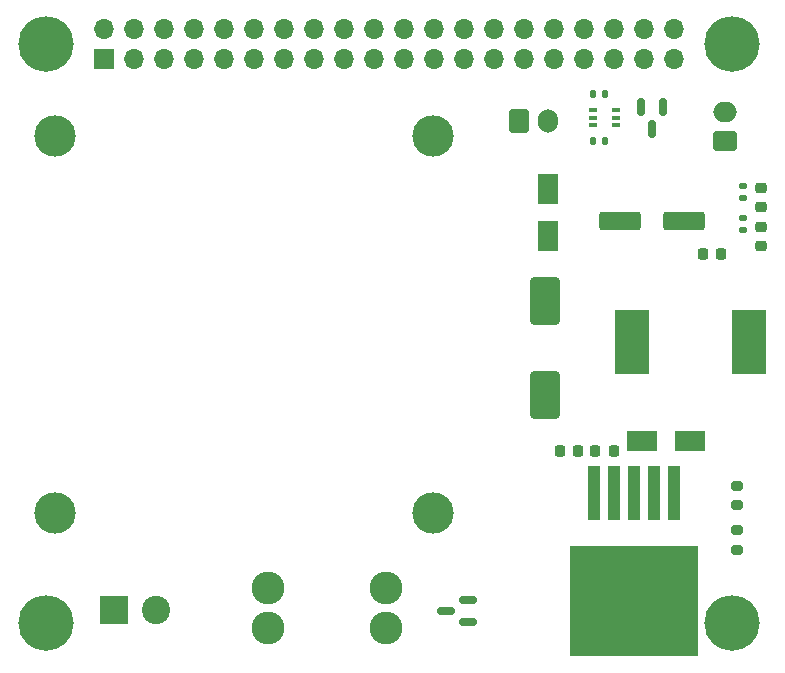
<source format=gbr>
%TF.GenerationSoftware,KiCad,Pcbnew,(6.0.4)*%
%TF.CreationDate,2022-05-06T21:58:48+01:00*%
%TF.ProjectId,PiPowerHAT,5069506f-7765-4724-9841-542e6b696361,rev?*%
%TF.SameCoordinates,Original*%
%TF.FileFunction,Soldermask,Top*%
%TF.FilePolarity,Negative*%
%FSLAX46Y46*%
G04 Gerber Fmt 4.6, Leading zero omitted, Abs format (unit mm)*
G04 Created by KiCad (PCBNEW (6.0.4)) date 2022-05-06 21:58:48*
%MOMM*%
%LPD*%
G01*
G04 APERTURE LIST*
G04 Aperture macros list*
%AMRoundRect*
0 Rectangle with rounded corners*
0 $1 Rounding radius*
0 $2 $3 $4 $5 $6 $7 $8 $9 X,Y pos of 4 corners*
0 Add a 4 corners polygon primitive as box body*
4,1,4,$2,$3,$4,$5,$6,$7,$8,$9,$2,$3,0*
0 Add four circle primitives for the rounded corners*
1,1,$1+$1,$2,$3*
1,1,$1+$1,$4,$5*
1,1,$1+$1,$6,$7*
1,1,$1+$1,$8,$9*
0 Add four rect primitives between the rounded corners*
20,1,$1+$1,$2,$3,$4,$5,0*
20,1,$1+$1,$4,$5,$6,$7,0*
20,1,$1+$1,$6,$7,$8,$9,0*
20,1,$1+$1,$8,$9,$2,$3,0*%
G04 Aperture macros list end*
%ADD10RoundRect,0.250000X0.750000X-0.600000X0.750000X0.600000X-0.750000X0.600000X-0.750000X-0.600000X0*%
%ADD11O,2.000000X1.700000*%
%ADD12RoundRect,0.135000X-0.135000X-0.185000X0.135000X-0.185000X0.135000X0.185000X-0.135000X0.185000X0*%
%ADD13RoundRect,0.200000X-0.275000X0.200000X-0.275000X-0.200000X0.275000X-0.200000X0.275000X0.200000X0*%
%ADD14R,0.650000X0.400000*%
%ADD15C,4.700000*%
%ADD16R,1.800000X2.500000*%
%ADD17R,2.400000X2.400000*%
%ADD18C,2.400000*%
%ADD19RoundRect,0.225000X0.225000X0.250000X-0.225000X0.250000X-0.225000X-0.250000X0.225000X-0.250000X0*%
%ADD20RoundRect,0.250000X1.500000X0.550000X-1.500000X0.550000X-1.500000X-0.550000X1.500000X-0.550000X0*%
%ADD21RoundRect,0.150000X0.587500X0.150000X-0.587500X0.150000X-0.587500X-0.150000X0.587500X-0.150000X0*%
%ADD22RoundRect,0.150000X-0.150000X0.587500X-0.150000X-0.587500X0.150000X-0.587500X0.150000X0.587500X0*%
%ADD23R,1.100000X4.600000*%
%ADD24R,10.800000X9.400000*%
%ADD25C,3.500000*%
%ADD26RoundRect,0.135000X-0.185000X0.135000X-0.185000X-0.135000X0.185000X-0.135000X0.185000X0.135000X0*%
%ADD27C,2.780000*%
%ADD28R,2.500000X1.800000*%
%ADD29RoundRect,0.250000X-0.600000X-0.750000X0.600000X-0.750000X0.600000X0.750000X-0.600000X0.750000X0*%
%ADD30O,1.700000X2.000000*%
%ADD31RoundRect,0.250000X1.000000X-1.750000X1.000000X1.750000X-1.000000X1.750000X-1.000000X-1.750000X0*%
%ADD32RoundRect,0.218750X0.256250X-0.218750X0.256250X0.218750X-0.256250X0.218750X-0.256250X-0.218750X0*%
%ADD33R,2.900000X5.400000*%
%ADD34RoundRect,0.135000X0.185000X-0.135000X0.185000X0.135000X-0.185000X0.135000X-0.185000X-0.135000X0*%
%ADD35RoundRect,0.200000X0.275000X-0.200000X0.275000X0.200000X-0.275000X0.200000X-0.275000X-0.200000X0*%
%ADD36R,1.700000X1.700000*%
%ADD37O,1.700000X1.700000*%
G04 APERTURE END LIST*
D10*
%TO.C,J8*%
X146225000Y-65000000D03*
D11*
X146225000Y-62500000D03*
%TD*%
D12*
%TO.C,R2*%
X135040000Y-61000000D03*
X136060000Y-61000000D03*
%TD*%
D13*
%TO.C,R9*%
X147250000Y-97925000D03*
X147250000Y-99575000D03*
%TD*%
D14*
%TO.C,Q2*%
X136950000Y-63650000D03*
X136950000Y-63000000D03*
X136950000Y-62350000D03*
X135050000Y-62350000D03*
X135050000Y-63000000D03*
X135050000Y-63650000D03*
%TD*%
D15*
%TO.C,H2*%
X88750000Y-56750000D03*
%TD*%
D16*
%TO.C,D2*%
X131250000Y-69000000D03*
X131250000Y-73000000D03*
%TD*%
D17*
%TO.C,J1*%
X94500000Y-104650000D03*
D18*
X98000000Y-104650000D03*
%TD*%
D19*
%TO.C,C3*%
X136775000Y-91250000D03*
X135225000Y-91250000D03*
%TD*%
D20*
%TO.C,C5*%
X142700000Y-71700000D03*
X137300000Y-71700000D03*
%TD*%
D21*
%TO.C,Q1*%
X124437500Y-105700000D03*
X124437500Y-103800000D03*
X122562500Y-104750000D03*
%TD*%
D12*
%TO.C,R1*%
X135040000Y-65000000D03*
X136060000Y-65000000D03*
%TD*%
D22*
%TO.C,Q3*%
X140950000Y-62062500D03*
X139050000Y-62062500D03*
X140000000Y-63937500D03*
%TD*%
D19*
%TO.C,C4*%
X145900000Y-74500000D03*
X144350000Y-74500000D03*
%TD*%
D23*
%TO.C,U1*%
X141900000Y-94800000D03*
X140200000Y-94800000D03*
X138500000Y-94800000D03*
D24*
X138500000Y-103950000D03*
D23*
X136800000Y-94800000D03*
X135100000Y-94800000D03*
%TD*%
D25*
%TO.C,H5*%
X89500000Y-96500000D03*
%TD*%
D26*
%TO.C,R6*%
X147750000Y-68740000D03*
X147750000Y-69760000D03*
%TD*%
D27*
%TO.C,F1*%
X107540000Y-102800000D03*
X107540000Y-106200000D03*
X117460000Y-106200000D03*
X117460000Y-102800000D03*
%TD*%
D28*
%TO.C,D6*%
X139200000Y-90400000D03*
X143200000Y-90400000D03*
%TD*%
D29*
%TO.C,J3*%
X128750000Y-63250000D03*
D30*
X131250000Y-63250000D03*
%TD*%
D25*
%TO.C,H6*%
X121500000Y-64500000D03*
%TD*%
D31*
%TO.C,C1*%
X131000000Y-86500000D03*
X131000000Y-78500000D03*
%TD*%
D15*
%TO.C,H3*%
X146750000Y-56750000D03*
%TD*%
D25*
%TO.C,H7*%
X89500000Y-64500000D03*
%TD*%
%TO.C,H8*%
X121500000Y-96500000D03*
%TD*%
D19*
%TO.C,C2*%
X133775000Y-91250000D03*
X132225000Y-91250000D03*
%TD*%
D32*
%TO.C,D5*%
X149250000Y-73825000D03*
X149250000Y-72250000D03*
%TD*%
%TO.C,D3*%
X149250000Y-70537500D03*
X149250000Y-68962500D03*
%TD*%
D33*
%TO.C,L1*%
X138350000Y-81950000D03*
X148250000Y-81950000D03*
%TD*%
D34*
%TO.C,R8*%
X147750000Y-72510000D03*
X147750000Y-71490000D03*
%TD*%
D35*
%TO.C,R10*%
X147250000Y-95825000D03*
X147250000Y-94175000D03*
%TD*%
D15*
%TO.C,H1*%
X146750000Y-105750000D03*
%TD*%
%TO.C,H4*%
X88750000Y-105750000D03*
%TD*%
D36*
%TO.C,J6*%
X93620000Y-58020000D03*
D37*
X93620000Y-55480000D03*
X96160000Y-58020000D03*
X96160000Y-55480000D03*
X98700000Y-58020000D03*
X98700000Y-55480000D03*
X101240000Y-58020000D03*
X101240000Y-55480000D03*
X103780000Y-58020000D03*
X103780000Y-55480000D03*
X106320000Y-58020000D03*
X106320000Y-55480000D03*
X108860000Y-58020000D03*
X108860000Y-55480000D03*
X111400000Y-58020000D03*
X111400000Y-55480000D03*
X113940000Y-58020000D03*
X113940000Y-55480000D03*
X116480000Y-58020000D03*
X116480000Y-55480000D03*
X119020000Y-58020000D03*
X119020000Y-55480000D03*
X121560000Y-58020000D03*
X121560000Y-55480000D03*
X124100000Y-58020000D03*
X124100000Y-55480000D03*
X126640000Y-58020000D03*
X126640000Y-55480000D03*
X129180000Y-58020000D03*
X129180000Y-55480000D03*
X131720000Y-58020000D03*
X131720000Y-55480000D03*
X134260000Y-58020000D03*
X134260000Y-55480000D03*
X136800000Y-58020000D03*
X136800000Y-55480000D03*
X139340000Y-58020000D03*
X139340000Y-55480000D03*
X141880000Y-58020000D03*
X141880000Y-55480000D03*
%TD*%
M02*

</source>
